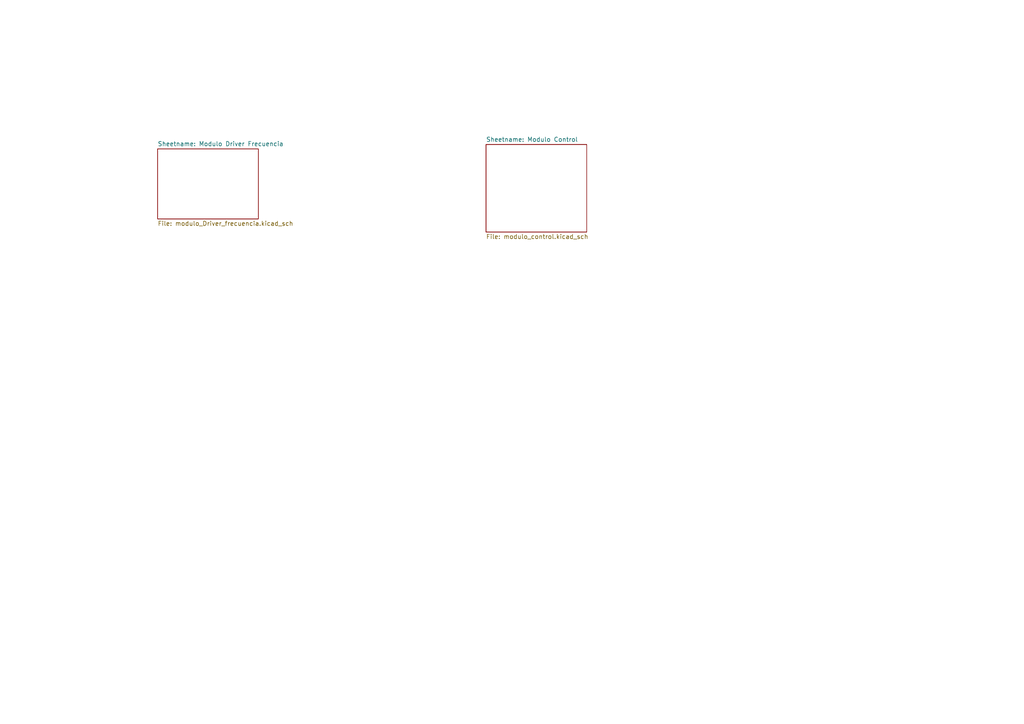
<source format=kicad_sch>
(kicad_sch
	(version 20231120)
	(generator "eeschema")
	(generator_version "8.0")
	(uuid "425799f8-916a-4e51-980d-839bc13199ff")
	(paper "A4")
	(lib_symbols)
	(sheet
		(at 45.72 43.18)
		(size 29.21 20.32)
		(fields_autoplaced yes)
		(stroke
			(width 0.1524)
			(type solid)
		)
		(fill
			(color 0 0 0 0.0000)
		)
		(uuid "0460e700-54f8-4876-9634-7acd8b18f784")
		(property "Sheetname" "Modulo Driver Frecuencia"
			(at 45.72 42.4684 0)
			(show_name yes)
			(effects
				(font
					(size 1.27 1.27)
				)
				(justify left bottom)
			)
		)
		(property "Sheetfile" "modulo_Driver_frecuencia.kicad_sch"
			(at 45.72 64.0846 0)
			(effects
				(font
					(size 1.27 1.27)
				)
				(justify left top)
			)
		)
		(instances
			(project "Lavadora_UltraSonica_DK_SONIC"
				(path "/425799f8-916a-4e51-980d-839bc13199ff"
					(page "2")
				)
			)
		)
	)
	(sheet
		(at 140.97 41.91)
		(size 29.21 25.4)
		(fields_autoplaced yes)
		(stroke
			(width 0.1524)
			(type solid)
		)
		(fill
			(color 0 0 0 0.0000)
		)
		(uuid "ad93e63d-6418-4a0f-9993-efc417caf440")
		(property "Sheetname" "Modulo Control"
			(at 140.97 41.1984 0)
			(show_name yes)
			(effects
				(font
					(size 1.27 1.27)
				)
				(justify left bottom)
			)
		)
		(property "Sheetfile" "modulo_control.kicad_sch"
			(at 140.97 67.8946 0)
			(effects
				(font
					(size 1.27 1.27)
				)
				(justify left top)
			)
		)
		(instances
			(project "Lavadora_UltraSonica_DK_SONIC"
				(path "/425799f8-916a-4e51-980d-839bc13199ff"
					(page "3")
				)
			)
		)
	)
	(sheet_instances
		(path "/"
			(page "1")
		)
	)
)

</source>
